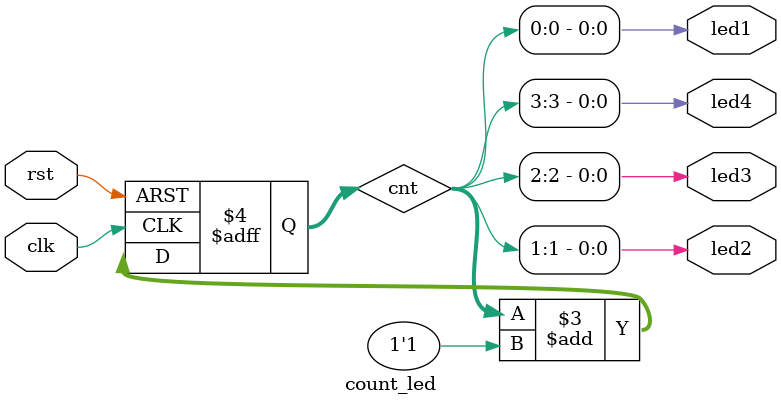
<source format=v>
module count_led(
	led1,
	led2,
	led3,
	led4,
	clk,
	rst
);

reg [3:0]cnt;
output wire led1,led2,led3,led4;
input clk,rst;

always@(posedge clk or negedge rst)
if(!rst)
	cnt = 4'b0;
else begin
	cnt = cnt + 1'b1;
end

assign led1 = cnt[0];
assign led2 = cnt[1];
assign led3 = cnt[2];
assign led4 = cnt[3];

endmodule
</source>
